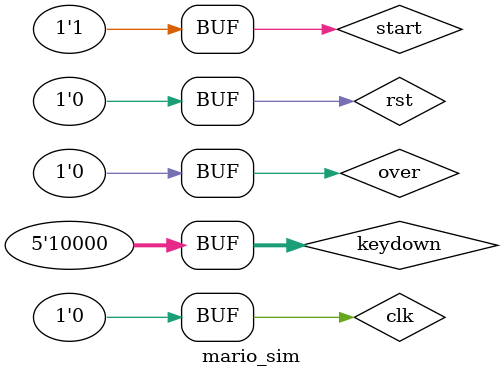
<source format=v>
`timescale 1ns / 1ps


module mario_sim;

	// Inputs
	reg clk;
	reg rst;
	reg start;
	reg over;
	reg [4:0] keydown;

	// Outputs
	wire [9:0] x;
	wire [8:0] y;
	wire [2:0] state;
	wire [3:0] animation_state;
//	wire COLLATION_LEFT;
//	wire COLLATION_RIGHT;
//	wire COLLATION_DOWN;
//	wire COLLATION_UP;
//	wire KEYUP;
//	wire KEYDOWN;
//	wire KEYLEFT;
//	wire KEYRIGHT;
//	wire KEYJUMP;
//	wire EN_CLAMP_DOWN;
//	wire EN_CLAMP_UP;
//	wire [1:0] anicnt;
	wire [10:0] xspeed;
	wire [12:0] yspeed;
	wire [12:0] y10xspeed;

	// Instantiate the Unit Under Test (UUT)
	mario uut (
		.clk(clk), 
		.rst(rst), 
		.start(start), 
		.over(over), 
		.keydown(keydown), 
		.x(x), 
		.y(y), 
		.state(state), 
		.animation_state(animation_state), 
//		.COLLATION_LEFT(COLLATION_LEFT), 
//		.COLLATION_RIGHT(COLLATION_RIGHT), 
//		.COLLATION_DOWN(COLLATION_DOWN), 
//		.COLLATION_UP(COLLATION_UP), 
//		.KEYUP(KEYUP), 
//		.KEYDOWN(KEYDOWN), 
//		.KEYLEFT(KEYLEFT), 
//		.KEYRIGHT(KEYRIGHT),
//		.KEYJUMP(KEYJUMP),
//		.EN_CLAMP_DOWN(EN_CLAMP_DOWN), 
//		.EN_CLAMP_UP(EN_CLAMP_UP),
//		.anicnt(anicnt),
		.xspeed(xspeed),
		.yspeed(yspeed),
		.y10xspeed(y10xspeed)
	);

	initial begin
		// Initialize Inputs
		clk = 0;
		rst = 0;
		start = 0;
		over = 0;
		keydown = 0;

		// Wait 100 ns for global reset to finish
		#100;
		
    	rst = 0; #50;
		start = 1; #50;
		start = 0;
		keydown = 5'b1000_0;#2000;
		over = 1;#50;
		rst = 1; over = 0;#50;
		rst = 0; start = 1; #50;
	end
	
	always begin
		clk = 1'b1;#20;
		clk = 1'b0;#20;
	end
      
endmodule


</source>
